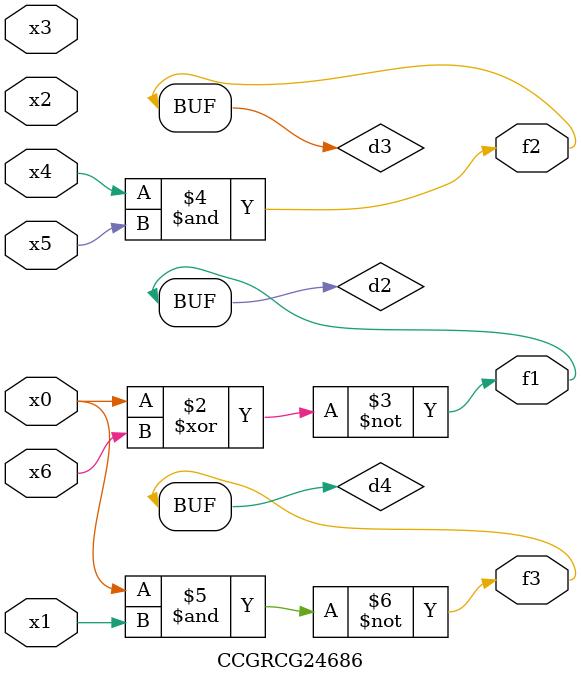
<source format=v>
module CCGRCG24686(
	input x0, x1, x2, x3, x4, x5, x6,
	output f1, f2, f3
);

	wire d1, d2, d3, d4;

	nor (d1, x0);
	xnor (d2, x0, x6);
	and (d3, x4, x5);
	nand (d4, x0, x1);
	assign f1 = d2;
	assign f2 = d3;
	assign f3 = d4;
endmodule

</source>
